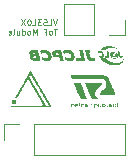
<source format=gbr>
%TF.GenerationSoftware,KiCad,Pcbnew,7.0.9*%
%TF.CreationDate,2024-08-17T20:13:38+09:00*%
%TF.ProjectId,09-ToF_mod,30392d54-6f46-45f6-9d6f-642e6b696361,rev?*%
%TF.SameCoordinates,Original*%
%TF.FileFunction,Legend,Bot*%
%TF.FilePolarity,Positive*%
%FSLAX46Y46*%
G04 Gerber Fmt 4.6, Leading zero omitted, Abs format (unit mm)*
G04 Created by KiCad (PCBNEW 7.0.9) date 2024-08-17 20:13:38*
%MOMM*%
%LPD*%
G01*
G04 APERTURE LIST*
%ADD10C,0.100000*%
%ADD11C,0.120000*%
%ADD12R,1.700000X1.700000*%
%ADD13O,1.700000X1.700000*%
G04 APERTURE END LIST*
D10*
X69228591Y-60918609D02*
X69061925Y-61418609D01*
X69061925Y-61418609D02*
X68895258Y-60918609D01*
X68490497Y-61418609D02*
X68728592Y-61418609D01*
X68728592Y-61418609D02*
X68728592Y-60918609D01*
X68085735Y-60918609D02*
X68323830Y-60918609D01*
X68323830Y-60918609D02*
X68347639Y-61156704D01*
X68347639Y-61156704D02*
X68323830Y-61132895D01*
X68323830Y-61132895D02*
X68276211Y-61109085D01*
X68276211Y-61109085D02*
X68157163Y-61109085D01*
X68157163Y-61109085D02*
X68109544Y-61132895D01*
X68109544Y-61132895D02*
X68085735Y-61156704D01*
X68085735Y-61156704D02*
X68061925Y-61204323D01*
X68061925Y-61204323D02*
X68061925Y-61323371D01*
X68061925Y-61323371D02*
X68085735Y-61370990D01*
X68085735Y-61370990D02*
X68109544Y-61394800D01*
X68109544Y-61394800D02*
X68157163Y-61418609D01*
X68157163Y-61418609D02*
X68276211Y-61418609D01*
X68276211Y-61418609D02*
X68323830Y-61394800D01*
X68323830Y-61394800D02*
X68347639Y-61370990D01*
X67895259Y-60918609D02*
X67585735Y-60918609D01*
X67585735Y-60918609D02*
X67752402Y-61109085D01*
X67752402Y-61109085D02*
X67680973Y-61109085D01*
X67680973Y-61109085D02*
X67633354Y-61132895D01*
X67633354Y-61132895D02*
X67609545Y-61156704D01*
X67609545Y-61156704D02*
X67585735Y-61204323D01*
X67585735Y-61204323D02*
X67585735Y-61323371D01*
X67585735Y-61323371D02*
X67609545Y-61370990D01*
X67609545Y-61370990D02*
X67633354Y-61394800D01*
X67633354Y-61394800D02*
X67680973Y-61418609D01*
X67680973Y-61418609D02*
X67823830Y-61418609D01*
X67823830Y-61418609D02*
X67871449Y-61394800D01*
X67871449Y-61394800D02*
X67895259Y-61370990D01*
X67133355Y-61418609D02*
X67371450Y-61418609D01*
X67371450Y-61418609D02*
X67371450Y-60918609D01*
X66871450Y-60918609D02*
X66823831Y-60918609D01*
X66823831Y-60918609D02*
X66776212Y-60942419D01*
X66776212Y-60942419D02*
X66752402Y-60966228D01*
X66752402Y-60966228D02*
X66728593Y-61013847D01*
X66728593Y-61013847D02*
X66704783Y-61109085D01*
X66704783Y-61109085D02*
X66704783Y-61228133D01*
X66704783Y-61228133D02*
X66728593Y-61323371D01*
X66728593Y-61323371D02*
X66752402Y-61370990D01*
X66752402Y-61370990D02*
X66776212Y-61394800D01*
X66776212Y-61394800D02*
X66823831Y-61418609D01*
X66823831Y-61418609D02*
X66871450Y-61418609D01*
X66871450Y-61418609D02*
X66919069Y-61394800D01*
X66919069Y-61394800D02*
X66942878Y-61370990D01*
X66942878Y-61370990D02*
X66966688Y-61323371D01*
X66966688Y-61323371D02*
X66990497Y-61228133D01*
X66990497Y-61228133D02*
X66990497Y-61109085D01*
X66990497Y-61109085D02*
X66966688Y-61013847D01*
X66966688Y-61013847D02*
X66942878Y-60966228D01*
X66942878Y-60966228D02*
X66919069Y-60942419D01*
X66919069Y-60942419D02*
X66871450Y-60918609D01*
X66538117Y-60918609D02*
X66204784Y-61418609D01*
X66204784Y-60918609D02*
X66538117Y-61418609D01*
X69228591Y-61723609D02*
X68942877Y-61723609D01*
X69085734Y-62223609D02*
X69085734Y-61723609D01*
X68704782Y-62223609D02*
X68752401Y-62199800D01*
X68752401Y-62199800D02*
X68776211Y-62175990D01*
X68776211Y-62175990D02*
X68800020Y-62128371D01*
X68800020Y-62128371D02*
X68800020Y-61985514D01*
X68800020Y-61985514D02*
X68776211Y-61937895D01*
X68776211Y-61937895D02*
X68752401Y-61914085D01*
X68752401Y-61914085D02*
X68704782Y-61890276D01*
X68704782Y-61890276D02*
X68633354Y-61890276D01*
X68633354Y-61890276D02*
X68585735Y-61914085D01*
X68585735Y-61914085D02*
X68561925Y-61937895D01*
X68561925Y-61937895D02*
X68538116Y-61985514D01*
X68538116Y-61985514D02*
X68538116Y-62128371D01*
X68538116Y-62128371D02*
X68561925Y-62175990D01*
X68561925Y-62175990D02*
X68585735Y-62199800D01*
X68585735Y-62199800D02*
X68633354Y-62223609D01*
X68633354Y-62223609D02*
X68704782Y-62223609D01*
X68157163Y-61961704D02*
X68323830Y-61961704D01*
X68323830Y-62223609D02*
X68323830Y-61723609D01*
X68323830Y-61723609D02*
X68085735Y-61723609D01*
X67514307Y-62223609D02*
X67514307Y-61723609D01*
X67514307Y-61723609D02*
X67347640Y-62080752D01*
X67347640Y-62080752D02*
X67180974Y-61723609D01*
X67180974Y-61723609D02*
X67180974Y-62223609D01*
X66871449Y-62223609D02*
X66919068Y-62199800D01*
X66919068Y-62199800D02*
X66942878Y-62175990D01*
X66942878Y-62175990D02*
X66966687Y-62128371D01*
X66966687Y-62128371D02*
X66966687Y-61985514D01*
X66966687Y-61985514D02*
X66942878Y-61937895D01*
X66942878Y-61937895D02*
X66919068Y-61914085D01*
X66919068Y-61914085D02*
X66871449Y-61890276D01*
X66871449Y-61890276D02*
X66800021Y-61890276D01*
X66800021Y-61890276D02*
X66752402Y-61914085D01*
X66752402Y-61914085D02*
X66728592Y-61937895D01*
X66728592Y-61937895D02*
X66704783Y-61985514D01*
X66704783Y-61985514D02*
X66704783Y-62128371D01*
X66704783Y-62128371D02*
X66728592Y-62175990D01*
X66728592Y-62175990D02*
X66752402Y-62199800D01*
X66752402Y-62199800D02*
X66800021Y-62223609D01*
X66800021Y-62223609D02*
X66871449Y-62223609D01*
X66276211Y-62223609D02*
X66276211Y-61723609D01*
X66276211Y-62199800D02*
X66323830Y-62223609D01*
X66323830Y-62223609D02*
X66419068Y-62223609D01*
X66419068Y-62223609D02*
X66466687Y-62199800D01*
X66466687Y-62199800D02*
X66490497Y-62175990D01*
X66490497Y-62175990D02*
X66514306Y-62128371D01*
X66514306Y-62128371D02*
X66514306Y-61985514D01*
X66514306Y-61985514D02*
X66490497Y-61937895D01*
X66490497Y-61937895D02*
X66466687Y-61914085D01*
X66466687Y-61914085D02*
X66419068Y-61890276D01*
X66419068Y-61890276D02*
X66323830Y-61890276D01*
X66323830Y-61890276D02*
X66276211Y-61914085D01*
X65823830Y-61890276D02*
X65823830Y-62223609D01*
X66038116Y-61890276D02*
X66038116Y-62152180D01*
X66038116Y-62152180D02*
X66014306Y-62199800D01*
X66014306Y-62199800D02*
X65966687Y-62223609D01*
X65966687Y-62223609D02*
X65895259Y-62223609D01*
X65895259Y-62223609D02*
X65847640Y-62199800D01*
X65847640Y-62199800D02*
X65823830Y-62175990D01*
X65514306Y-62223609D02*
X65561925Y-62199800D01*
X65561925Y-62199800D02*
X65585735Y-62152180D01*
X65585735Y-62152180D02*
X65585735Y-61723609D01*
X65133354Y-62199800D02*
X65180973Y-62223609D01*
X65180973Y-62223609D02*
X65276211Y-62223609D01*
X65276211Y-62223609D02*
X65323830Y-62199800D01*
X65323830Y-62199800D02*
X65347639Y-62152180D01*
X65347639Y-62152180D02*
X65347639Y-61961704D01*
X65347639Y-61961704D02*
X65323830Y-61914085D01*
X65323830Y-61914085D02*
X65276211Y-61890276D01*
X65276211Y-61890276D02*
X65180973Y-61890276D01*
X65180973Y-61890276D02*
X65133354Y-61914085D01*
X65133354Y-61914085D02*
X65109544Y-61961704D01*
X65109544Y-61961704D02*
X65109544Y-62009323D01*
X65109544Y-62009323D02*
X65347639Y-62056942D01*
%TO.C,G\u002A\u002A\u002A*%
G36*
X72643672Y-68274229D02*
G01*
X72609640Y-68320165D01*
X72561474Y-68351175D01*
X72503751Y-68360852D01*
X72441048Y-68342785D01*
X72440763Y-68342633D01*
X72413530Y-68334601D01*
X72409876Y-68349918D01*
X72430500Y-68385740D01*
X72439057Y-68395172D01*
X72482057Y-68414591D01*
X72534058Y-68412009D01*
X72580939Y-68387280D01*
X72612836Y-68365062D01*
X72636263Y-68363231D01*
X72637955Y-68383028D01*
X72612111Y-68418621D01*
X72583840Y-68441697D01*
X72522547Y-68465609D01*
X72461544Y-68461606D01*
X72409336Y-68431215D01*
X72374432Y-68375963D01*
X72367067Y-68350498D01*
X72357625Y-68292793D01*
X72354885Y-68241414D01*
X72413316Y-68241414D01*
X72441137Y-68290152D01*
X72473902Y-68316390D01*
X72510570Y-68322413D01*
X72560001Y-68304598D01*
X72591450Y-68277822D01*
X72613150Y-68229320D01*
X72610277Y-68179176D01*
X72590711Y-68153278D01*
X72555213Y-68124292D01*
X72555210Y-68124290D01*
X72521961Y-68105601D01*
X72497097Y-68106964D01*
X72462942Y-68129348D01*
X72450690Y-68139426D01*
X72416871Y-68188435D01*
X72413316Y-68241414D01*
X72354885Y-68241414D01*
X72354302Y-68230479D01*
X72356410Y-68170114D01*
X72363265Y-68118255D01*
X72374181Y-68081460D01*
X72388471Y-68066286D01*
X72405452Y-68079291D01*
X72414331Y-68087429D01*
X72442651Y-68081787D01*
X72490214Y-68066377D01*
X72552172Y-68073870D01*
X72609975Y-68106280D01*
X72615184Y-68110952D01*
X72651021Y-68163213D01*
X72658991Y-68219775D01*
X72656306Y-68229320D01*
X72643672Y-68274229D01*
G37*
G36*
X74375796Y-67982374D02*
G01*
X74390684Y-67995452D01*
X74387740Y-68003456D01*
X74364589Y-68012850D01*
X74351729Y-68018920D01*
X74343662Y-68041548D01*
X74339607Y-68086796D01*
X74338493Y-68160726D01*
X74339564Y-68233598D01*
X74343557Y-68279308D01*
X74351542Y-68302290D01*
X74364589Y-68308603D01*
X74376759Y-68311634D01*
X74390684Y-68334699D01*
X74390633Y-68336333D01*
X74375448Y-68354933D01*
X74330821Y-68360795D01*
X74297954Y-68358042D01*
X74265843Y-68346678D01*
X74256798Y-68330851D01*
X74276500Y-68315318D01*
X74278563Y-68314427D01*
X74291037Y-68301263D01*
X74298728Y-68272248D01*
X74302620Y-68221082D01*
X74303698Y-68141468D01*
X74303707Y-68116496D01*
X74304349Y-68049179D01*
X74307274Y-68008230D01*
X74314227Y-67987097D01*
X74326951Y-67979223D01*
X74347191Y-67978055D01*
X74375796Y-67982374D01*
G37*
G36*
X74167507Y-68068181D02*
G01*
X74187504Y-68074094D01*
X74209294Y-68091331D01*
X74212500Y-68109075D01*
X74192066Y-68117233D01*
X74189862Y-68117306D01*
X74174413Y-68126467D01*
X74166651Y-68155958D01*
X74164520Y-68212918D01*
X74166776Y-68269870D01*
X74174879Y-68300013D01*
X74190616Y-68308603D01*
X74202786Y-68311634D01*
X74216712Y-68334699D01*
X74215449Y-68342201D01*
X74195510Y-68356486D01*
X74147123Y-68360795D01*
X74115799Y-68358635D01*
X74083839Y-68347882D01*
X74078435Y-68331880D01*
X74103630Y-68314894D01*
X74107442Y-68313019D01*
X74120666Y-68293924D01*
X74127672Y-68252956D01*
X74129726Y-68183751D01*
X74129772Y-68160274D01*
X74131203Y-68106460D01*
X74136402Y-68077967D01*
X74147720Y-68067604D01*
X74167507Y-68068181D01*
G37*
G36*
X73947810Y-67975661D02*
G01*
X73976964Y-68002778D01*
X74020993Y-68054362D01*
X74035749Y-68077007D01*
X74041439Y-68105561D01*
X74025342Y-68117233D01*
X74018182Y-68125763D01*
X74010805Y-68160518D01*
X74007945Y-68212918D01*
X74009496Y-68252297D01*
X74015815Y-68292873D01*
X74025342Y-68308603D01*
X74033345Y-68311547D01*
X74042739Y-68334699D01*
X74042629Y-68337076D01*
X74026884Y-68355136D01*
X73981849Y-68360795D01*
X73976303Y-68360748D01*
X73934162Y-68354000D01*
X73920958Y-68334699D01*
X73922921Y-68322694D01*
X73938356Y-68308603D01*
X73945515Y-68300074D01*
X73952893Y-68265318D01*
X73955753Y-68212918D01*
X73954202Y-68173540D01*
X73947883Y-68132963D01*
X73938356Y-68117233D01*
X73936155Y-68117104D01*
X73922249Y-68103116D01*
X73924857Y-68078008D01*
X73942705Y-68058885D01*
X73951545Y-68045930D01*
X73930592Y-68022576D01*
X73909067Y-67997960D01*
X73915804Y-67976250D01*
X73928270Y-67969103D01*
X73947810Y-67975661D01*
G37*
G36*
X73866264Y-68199118D02*
G01*
X73862944Y-68260820D01*
X73826064Y-68318092D01*
X73809169Y-68332557D01*
X73748702Y-68358359D01*
X73684266Y-68355709D01*
X73627335Y-68324251D01*
X73603236Y-68297834D01*
X73598911Y-68279759D01*
X73621030Y-68280008D01*
X73666956Y-68300183D01*
X73676154Y-68305099D01*
X73713124Y-68321518D01*
X73739463Y-68320553D01*
X73771444Y-68302577D01*
X73789849Y-68289704D01*
X73812451Y-68265846D01*
X73804751Y-68250192D01*
X73765365Y-68241622D01*
X73692908Y-68239014D01*
X73569241Y-68239014D01*
X73580923Y-68191172D01*
X73590023Y-68165639D01*
X73634823Y-68165639D01*
X73639869Y-68178748D01*
X73666567Y-68185139D01*
X73721436Y-68186822D01*
X73782104Y-68182776D01*
X73812084Y-68171444D01*
X73809917Y-68154108D01*
X73774365Y-68132049D01*
X73760108Y-68126710D01*
X73708996Y-68121551D01*
X73663170Y-68133787D01*
X73636369Y-68160576D01*
X73634823Y-68165639D01*
X73590023Y-68165639D01*
X73593857Y-68154881D01*
X73638486Y-68101081D01*
X73707205Y-68072128D01*
X73742338Y-68068566D01*
X73776447Y-68079953D01*
X73815878Y-68113860D01*
X73836222Y-68136979D01*
X73852885Y-68171444D01*
X73866264Y-68199118D01*
G37*
G36*
X73493099Y-68281947D02*
G01*
X73503620Y-68316901D01*
X73491826Y-68349197D01*
X73465305Y-68360561D01*
X73428766Y-68355186D01*
X73404814Y-68333350D01*
X73402666Y-68325069D01*
X73411439Y-68291603D01*
X73439395Y-68268068D01*
X73474240Y-68266332D01*
X73493099Y-68281947D01*
G37*
G36*
X73321499Y-68245771D02*
G01*
X73284412Y-68307268D01*
X73265968Y-68327425D01*
X73225584Y-68353902D01*
X73172357Y-68360795D01*
X73160701Y-68360510D01*
X73117109Y-68353984D01*
X73093441Y-68341540D01*
X73084263Y-68332199D01*
X73068263Y-68343769D01*
X73063259Y-68350989D01*
X73044427Y-68360297D01*
X73029562Y-68338472D01*
X73019807Y-68288387D01*
X73017536Y-68239507D01*
X73071200Y-68239507D01*
X73103287Y-68291206D01*
X73135004Y-68314193D01*
X73172876Y-68326000D01*
X73189730Y-68324056D01*
X73233482Y-68299738D01*
X73264571Y-68256534D01*
X73276794Y-68205823D01*
X73263945Y-68158981D01*
X73233370Y-68129077D01*
X73183055Y-68110871D01*
X73133732Y-68119226D01*
X73103488Y-68139830D01*
X73071684Y-68186694D01*
X73071200Y-68239507D01*
X73017536Y-68239507D01*
X73016301Y-68212918D01*
X73016517Y-68192731D01*
X73021590Y-68123934D01*
X73032455Y-68079873D01*
X73047858Y-68063881D01*
X73066548Y-68079291D01*
X73075427Y-68087429D01*
X73103746Y-68081787D01*
X73158451Y-68064889D01*
X73220588Y-68076458D01*
X73278598Y-68115895D01*
X73292909Y-68131358D01*
X73324361Y-68188102D01*
X73323482Y-68205823D01*
X73321499Y-68245771D01*
G37*
G36*
X72933730Y-68066754D02*
G01*
X72943563Y-68091099D01*
X72947819Y-68136504D01*
X72946933Y-68192990D01*
X72941342Y-68250575D01*
X72931480Y-68299282D01*
X72917784Y-68329129D01*
X72897190Y-68345553D01*
X72858278Y-68356324D01*
X72796004Y-68357208D01*
X72703150Y-68353323D01*
X72703150Y-68209182D01*
X72703241Y-68192992D01*
X72705991Y-68126120D01*
X72712014Y-68081364D01*
X72720548Y-68065041D01*
X72725592Y-68068369D01*
X72734442Y-68095902D01*
X72737945Y-68142197D01*
X72745153Y-68225964D01*
X72769104Y-68287207D01*
X72809807Y-68318023D01*
X72846958Y-68319058D01*
X72881566Y-68291926D01*
X72903959Y-68237352D01*
X72911917Y-68158799D01*
X72913385Y-68121211D01*
X72919704Y-68080754D01*
X72929315Y-68065041D01*
X72933730Y-68066754D01*
G37*
G36*
X72071502Y-68084050D02*
G01*
X72088429Y-68093692D01*
X72124506Y-68084866D01*
X72131680Y-68081685D01*
X72176182Y-68072001D01*
X72230757Y-68069554D01*
X72303013Y-68072435D01*
X72303013Y-68216615D01*
X72302922Y-68232835D01*
X72300171Y-68299714D01*
X72294148Y-68344472D01*
X72285616Y-68360795D01*
X72277846Y-68350042D01*
X72270888Y-68312746D01*
X72268219Y-68257654D01*
X72267782Y-68231719D01*
X72259700Y-68164958D01*
X72240880Y-68127174D01*
X72217898Y-68106457D01*
X72196270Y-68102423D01*
X72162691Y-68117845D01*
X72151854Y-68125028D01*
X72137653Y-68146249D01*
X72130812Y-68184387D01*
X72129041Y-68248325D01*
X72128861Y-68273090D01*
X72125753Y-68326146D01*
X72117617Y-68353215D01*
X72102945Y-68360795D01*
X72097199Y-68360022D01*
X72084888Y-68346626D01*
X72078608Y-68311559D01*
X72076849Y-68248325D01*
X72076435Y-68211881D01*
X72072360Y-68162235D01*
X72062045Y-68133851D01*
X72043198Y-68117845D01*
X72013162Y-68103454D01*
X71990964Y-68104649D01*
X71965009Y-68127174D01*
X71957430Y-68136864D01*
X71942479Y-68183135D01*
X71937671Y-68259104D01*
X71937661Y-68262694D01*
X71933039Y-68326278D01*
X71922363Y-68356835D01*
X71909138Y-68354732D01*
X71896869Y-68320335D01*
X71889059Y-68254011D01*
X71888623Y-68196147D01*
X71897967Y-68150044D01*
X71920767Y-68111858D01*
X71933351Y-68098238D01*
X71980249Y-68070589D01*
X72030557Y-68065074D01*
X72071502Y-68084050D01*
G37*
G36*
X71850848Y-68200437D02*
G01*
X71843506Y-68261905D01*
X71807982Y-68318092D01*
X71782361Y-68338811D01*
X71719456Y-68361071D01*
X71653565Y-68352825D01*
X71593778Y-68314237D01*
X71584396Y-68304376D01*
X71564300Y-68274021D01*
X71570132Y-68260935D01*
X71597484Y-68266970D01*
X71641949Y-68293980D01*
X71645753Y-68296782D01*
X71682079Y-68319973D01*
X71708773Y-68323032D01*
X71741455Y-68308189D01*
X71765681Y-68293498D01*
X71793173Y-68268701D01*
X71788140Y-68251782D01*
X71749999Y-68242099D01*
X71678162Y-68239014D01*
X71648210Y-68238940D01*
X71596117Y-68237307D01*
X71568221Y-68231594D01*
X71557000Y-68219293D01*
X71554931Y-68197893D01*
X71560986Y-68171555D01*
X71607123Y-68171555D01*
X71615648Y-68177837D01*
X71650403Y-68184312D01*
X71702808Y-68186822D01*
X71742177Y-68185462D01*
X71782760Y-68179917D01*
X71798493Y-68171555D01*
X71783989Y-68144631D01*
X71747701Y-68122169D01*
X71702808Y-68112884D01*
X71658899Y-68121777D01*
X71622265Y-68144028D01*
X71607123Y-68171555D01*
X71560986Y-68171555D01*
X71563393Y-68161085D01*
X71597623Y-68113799D01*
X71648600Y-68078749D01*
X71705971Y-68065041D01*
X71737663Y-68068399D01*
X71794538Y-68095279D01*
X71833396Y-68142094D01*
X71842209Y-68171555D01*
X71850848Y-68200437D01*
G37*
G36*
X71502739Y-68072608D02*
G01*
X71502739Y-68216701D01*
X71502649Y-68232855D01*
X71499899Y-68299720D01*
X71493876Y-68344473D01*
X71485342Y-68360795D01*
X71478182Y-68352265D01*
X71470805Y-68317510D01*
X71467945Y-68265110D01*
X71466152Y-68217144D01*
X71455650Y-68168156D01*
X71433150Y-68134630D01*
X71400983Y-68107230D01*
X71373088Y-68103135D01*
X71337720Y-68123594D01*
X71321346Y-68141738D01*
X71306191Y-68184334D01*
X71297510Y-68254073D01*
X71297255Y-68257516D01*
X71289283Y-68323175D01*
X71279339Y-68354668D01*
X71269572Y-68352350D01*
X71262135Y-68316579D01*
X71259178Y-68247713D01*
X71260357Y-68203558D01*
X71271786Y-68134818D01*
X71298748Y-68092589D01*
X71345363Y-68072160D01*
X71415754Y-68068823D01*
X71502739Y-68072608D01*
G37*
G36*
X71148839Y-67988853D02*
G01*
X71154794Y-68021548D01*
X71159979Y-68049886D01*
X71179863Y-68065041D01*
X71182816Y-68065104D01*
X71210912Y-68075717D01*
X71214813Y-68095575D01*
X71191339Y-68111735D01*
X71191028Y-68111816D01*
X71171707Y-68120611D01*
X71160770Y-68139626D01*
X71155903Y-68177043D01*
X71154794Y-68241043D01*
X71152539Y-68301779D01*
X71146359Y-68344729D01*
X71137397Y-68360795D01*
X71137380Y-68360795D01*
X71128459Y-68344651D01*
X71122298Y-68301485D01*
X71120000Y-68239014D01*
X71119990Y-68229320D01*
X71118757Y-68169123D01*
X71113966Y-68135335D01*
X71103491Y-68120519D01*
X71085205Y-68117233D01*
X71064915Y-68112390D01*
X71050411Y-68091137D01*
X71056869Y-68075919D01*
X71085205Y-68065041D01*
X71111845Y-68055654D01*
X71120000Y-68021548D01*
X71124319Y-67992943D01*
X71137397Y-67978055D01*
X71148839Y-67988853D01*
G37*
G36*
X71033013Y-68204025D02*
G01*
X71030269Y-68229198D01*
X71006043Y-68290143D01*
X70964932Y-68338495D01*
X70950621Y-68347579D01*
X70893060Y-68360928D01*
X70830575Y-68349260D01*
X70776107Y-68314237D01*
X70769637Y-68307543D01*
X70747400Y-68275736D01*
X70751583Y-68261049D01*
X70777731Y-68265686D01*
X70821393Y-68291848D01*
X70824226Y-68293903D01*
X70879313Y-68318194D01*
X70927685Y-68310865D01*
X70964055Y-68272630D01*
X70967673Y-68265521D01*
X70970681Y-68250865D01*
X70957903Y-68242921D01*
X70923005Y-68239651D01*
X70859653Y-68239014D01*
X70824783Y-68238925D01*
X70775142Y-68237178D01*
X70749052Y-68231054D01*
X70738947Y-68217818D01*
X70737260Y-68194730D01*
X70741475Y-68169826D01*
X70789452Y-68169826D01*
X70797803Y-68176770D01*
X70832360Y-68184013D01*
X70884591Y-68186822D01*
X70908240Y-68186644D01*
X70951825Y-68183664D01*
X70969901Y-68175308D01*
X70969204Y-68159394D01*
X70963229Y-68147759D01*
X70927409Y-68119095D01*
X70878568Y-68110680D01*
X70830597Y-68125871D01*
X70802556Y-68148830D01*
X70789452Y-68169826D01*
X70741475Y-68169826D01*
X70742138Y-68165907D01*
X70772214Y-68116401D01*
X70820681Y-68079514D01*
X70876985Y-68065041D01*
X70879077Y-68065070D01*
X70930234Y-68079534D01*
X70980138Y-68113924D01*
X71017996Y-68158626D01*
X71023514Y-68175308D01*
X71033013Y-68204025D01*
G37*
G36*
X70694513Y-68245771D02*
G01*
X70657426Y-68307268D01*
X70652191Y-68313182D01*
X70597515Y-68351162D01*
X70535314Y-68362209D01*
X70476760Y-68344050D01*
X70461962Y-68337501D01*
X70439561Y-68346545D01*
X70433386Y-68352975D01*
X70408657Y-68353298D01*
X70405203Y-68349229D01*
X70396605Y-68315042D01*
X70391194Y-68250722D01*
X70390982Y-68240474D01*
X70445694Y-68240474D01*
X70476301Y-68291206D01*
X70508017Y-68314193D01*
X70545890Y-68326000D01*
X70577606Y-68317271D01*
X70615479Y-68291206D01*
X70626018Y-68279426D01*
X70649046Y-68230261D01*
X70646280Y-68182202D01*
X70623242Y-68141977D01*
X70585457Y-68116314D01*
X70538446Y-68111942D01*
X70487733Y-68135588D01*
X70483109Y-68139371D01*
X70448134Y-68187536D01*
X70445694Y-68240474D01*
X70390982Y-68240474D01*
X70389315Y-68159700D01*
X70389511Y-68112961D01*
X70391324Y-68045496D01*
X70395705Y-68004276D01*
X70403465Y-67983672D01*
X70415411Y-67978055D01*
X70418214Y-67978210D01*
X70435963Y-67994280D01*
X70441506Y-68039558D01*
X70443403Y-68078595D01*
X70452816Y-68091292D01*
X70475157Y-68083051D01*
X70524948Y-68066482D01*
X70590347Y-68074460D01*
X70651612Y-68115895D01*
X70665922Y-68131358D01*
X70697374Y-68188102D01*
X70695282Y-68230261D01*
X70694513Y-68245771D01*
G37*
G36*
X74173901Y-67967859D02*
G01*
X74181917Y-67995452D01*
X74177632Y-68017823D01*
X74160171Y-68025898D01*
X74152143Y-68021575D01*
X74138424Y-67995452D01*
X74139968Y-67986375D01*
X74160171Y-67965007D01*
X74173901Y-67967859D01*
G37*
G36*
X72125662Y-66328499D02*
G01*
X72306700Y-66329467D01*
X73006277Y-66334014D01*
X73033036Y-66383219D01*
X73059794Y-66432425D01*
X72785877Y-66696370D01*
X72701819Y-66778153D01*
X72615996Y-66864940D01*
X72551202Y-66936356D01*
X72504600Y-66996678D01*
X72473351Y-67050184D01*
X72454616Y-67101150D01*
X72445558Y-67153855D01*
X72443337Y-67212576D01*
X72450436Y-67298964D01*
X72487260Y-67418313D01*
X72555691Y-67523292D01*
X72655962Y-67614337D01*
X72726970Y-67665775D01*
X72434609Y-67660990D01*
X72142249Y-67656206D01*
X71875265Y-67012507D01*
X71855624Y-66965099D01*
X71798522Y-66826612D01*
X71746270Y-66698930D01*
X71700295Y-66585605D01*
X71662023Y-66490186D01*
X71632883Y-66416223D01*
X71614300Y-66367266D01*
X71607701Y-66346865D01*
X71608635Y-66344500D01*
X71620767Y-66339309D01*
X71649034Y-66335197D01*
X71696101Y-66332098D01*
X71764632Y-66329945D01*
X71857293Y-66328671D01*
X71976748Y-66328211D01*
X72125662Y-66328499D01*
G37*
G36*
X71003681Y-66325206D02*
G01*
X71082921Y-66328072D01*
X71149966Y-66332698D01*
X71197699Y-66339043D01*
X71219007Y-66347062D01*
X71220247Y-66349140D01*
X71234541Y-66378764D01*
X71259237Y-66434615D01*
X71292633Y-66512529D01*
X71333026Y-66608337D01*
X71378714Y-66717876D01*
X71427993Y-66836977D01*
X71479163Y-66961477D01*
X71530519Y-67087208D01*
X71580360Y-67210004D01*
X71626983Y-67325699D01*
X71668686Y-67430128D01*
X71703765Y-67519124D01*
X71730519Y-67588522D01*
X71747244Y-67634155D01*
X71752239Y-67651856D01*
X71749241Y-67653889D01*
X71720048Y-67659509D01*
X71667563Y-67663431D01*
X71600497Y-67664904D01*
X71568481Y-67664563D01*
X71452596Y-67654929D01*
X71358273Y-67629596D01*
X71276451Y-67585271D01*
X71198067Y-67518660D01*
X71186905Y-67507494D01*
X71163288Y-67482246D01*
X71141694Y-67455200D01*
X71120228Y-67422553D01*
X71096997Y-67380502D01*
X71070107Y-67325243D01*
X71037665Y-67252973D01*
X70997778Y-67159889D01*
X70948551Y-67042188D01*
X70888091Y-66896067D01*
X70852145Y-66808739D01*
X70802267Y-66686697D01*
X70757966Y-66577265D01*
X70720798Y-66484346D01*
X70692321Y-66411845D01*
X70674093Y-66363663D01*
X70667671Y-66343704D01*
X70673581Y-66338820D01*
X70707070Y-66332227D01*
X70763940Y-66327613D01*
X70837075Y-66324934D01*
X70919360Y-66324146D01*
X71003681Y-66325206D01*
G37*
G36*
X71894325Y-65665023D02*
G01*
X72151755Y-65665303D01*
X72376966Y-65665786D01*
X72572051Y-65666507D01*
X72739101Y-65667500D01*
X72880210Y-65668799D01*
X72997468Y-65670438D01*
X73092967Y-65672452D01*
X73168800Y-65674875D01*
X73227059Y-65677741D01*
X73269835Y-65681084D01*
X73299221Y-65684939D01*
X73317309Y-65689340D01*
X73335064Y-65696127D01*
X73425700Y-65743711D01*
X73507266Y-65806125D01*
X73567015Y-65873947D01*
X73579465Y-65898005D01*
X73603832Y-65950626D01*
X73638011Y-66027130D01*
X73680208Y-66123289D01*
X73728624Y-66234875D01*
X73781465Y-66357661D01*
X73836934Y-66487418D01*
X73893234Y-66619919D01*
X73948571Y-66750936D01*
X74001146Y-66876241D01*
X74049166Y-66991606D01*
X74090832Y-67092805D01*
X74124349Y-67175608D01*
X74147922Y-67235788D01*
X74159752Y-67269117D01*
X74159773Y-67269189D01*
X74160270Y-67276976D01*
X74154708Y-67283309D01*
X74139893Y-67288338D01*
X74112633Y-67292212D01*
X74069735Y-67295080D01*
X74008007Y-67297092D01*
X73924255Y-67298397D01*
X73815287Y-67299144D01*
X73677911Y-67299482D01*
X73508933Y-67299562D01*
X73438010Y-67299521D01*
X73267732Y-67298976D01*
X73129062Y-67297740D01*
X73019674Y-67295740D01*
X72937241Y-67292907D01*
X72879437Y-67289167D01*
X72843936Y-67284450D01*
X72828411Y-67278685D01*
X72820572Y-67270103D01*
X72808655Y-67248196D01*
X72809089Y-67222611D01*
X72824153Y-67190109D01*
X72856122Y-67147451D01*
X72907272Y-67091400D01*
X72979881Y-67018716D01*
X73076225Y-66926161D01*
X73170254Y-66835867D01*
X73243375Y-66763150D01*
X73297147Y-66705945D01*
X73334957Y-66660450D01*
X73360191Y-66622864D01*
X73376235Y-66589386D01*
X73396577Y-66511920D01*
X73405128Y-66413755D01*
X73398877Y-66317160D01*
X73377759Y-66237064D01*
X73374947Y-66230685D01*
X73321811Y-66144579D01*
X73247981Y-66065469D01*
X73165825Y-66006790D01*
X73153478Y-66000333D01*
X73139308Y-65994014D01*
X73122389Y-65988578D01*
X73100255Y-65983947D01*
X73070441Y-65980044D01*
X73030483Y-65976790D01*
X72977914Y-65974108D01*
X72910271Y-65971919D01*
X72825089Y-65970147D01*
X72719902Y-65968712D01*
X72592245Y-65967538D01*
X72439654Y-65966546D01*
X72259663Y-65965658D01*
X72049808Y-65964797D01*
X71807624Y-65963885D01*
X71570644Y-65962818D01*
X71331042Y-65961283D01*
X71119998Y-65959406D01*
X70938404Y-65957201D01*
X70787151Y-65954684D01*
X70667129Y-65951870D01*
X70579228Y-65948774D01*
X70524340Y-65945410D01*
X70503355Y-65941794D01*
X70499466Y-65937035D01*
X70481461Y-65904678D01*
X70459017Y-65854864D01*
X70435934Y-65797405D01*
X70416013Y-65742112D01*
X70403057Y-65698796D01*
X70400866Y-65677267D01*
X70405693Y-65676263D01*
X70440165Y-65674313D01*
X70505550Y-65672486D01*
X70599252Y-65670805D01*
X70718674Y-65669291D01*
X70861222Y-65667968D01*
X71024298Y-65666857D01*
X71205306Y-65665981D01*
X71401651Y-65665361D01*
X71610736Y-65665021D01*
X71829965Y-65664983D01*
X71894325Y-65665023D01*
G37*
G36*
X73454160Y-64320607D02*
G01*
X73524053Y-64386110D01*
X73599832Y-64443263D01*
X73681385Y-64488915D01*
X73750152Y-64520726D01*
X73834616Y-64553751D01*
X73916230Y-64576518D01*
X74003351Y-64590730D01*
X74104335Y-64598093D01*
X74227539Y-64600310D01*
X74280698Y-64600345D01*
X74355827Y-64599754D01*
X74410570Y-64597507D01*
X74451594Y-64592653D01*
X74485568Y-64584237D01*
X74519160Y-64571305D01*
X74559037Y-64552905D01*
X74660052Y-64496342D01*
X74748970Y-64422807D01*
X74814612Y-64336163D01*
X74830117Y-64311203D01*
X74850701Y-64283492D01*
X74861924Y-64275881D01*
X74862232Y-64276327D01*
X74861030Y-64295764D01*
X74852115Y-64335728D01*
X74837254Y-64388182D01*
X74822945Y-64429340D01*
X74763063Y-64542376D01*
X74678331Y-64637607D01*
X74568615Y-64715135D01*
X74433780Y-64775064D01*
X74273693Y-64817495D01*
X74189264Y-64829358D01*
X74032713Y-64831719D01*
X73866388Y-64812735D01*
X73696444Y-64773951D01*
X73529036Y-64716917D01*
X73370321Y-64643179D01*
X73226453Y-64554283D01*
X73179654Y-64518004D01*
X73108470Y-64454309D01*
X73039329Y-64383996D01*
X72979988Y-64315102D01*
X72938208Y-64255665D01*
X72910415Y-64208121D01*
X73126367Y-64208121D01*
X73342319Y-64208121D01*
X73454160Y-64320607D01*
G37*
G36*
X71827805Y-63534157D02*
G01*
X72025574Y-63538485D01*
X72045490Y-63615455D01*
X72055568Y-63655519D01*
X72063367Y-63697669D01*
X72059907Y-63720210D01*
X72043424Y-63729253D01*
X72012154Y-63730909D01*
X72001293Y-63730959D01*
X71978651Y-63733042D01*
X71965267Y-63741653D01*
X71960808Y-63761455D01*
X71964944Y-63797107D01*
X71977344Y-63853270D01*
X71997676Y-63934607D01*
X72020656Y-64020608D01*
X72043129Y-64090882D01*
X72064892Y-64140672D01*
X72088245Y-64175150D01*
X72115490Y-64199490D01*
X72116519Y-64200194D01*
X72159213Y-64216003D01*
X72218517Y-64222789D01*
X72281915Y-64220102D01*
X72336894Y-64207489D01*
X72368927Y-64200177D01*
X72395231Y-64210305D01*
X72415366Y-64243441D01*
X72433216Y-64303453D01*
X72437694Y-64322237D01*
X72447417Y-64369511D01*
X72447778Y-64396971D01*
X72437674Y-64412294D01*
X72416000Y-64423157D01*
X72377039Y-64431675D01*
X72315785Y-64436505D01*
X72242161Y-64437462D01*
X72165354Y-64434667D01*
X72094556Y-64428237D01*
X72038956Y-64418291D01*
X71942876Y-64381354D01*
X71860232Y-64321444D01*
X71800369Y-64242119D01*
X71787690Y-64213015D01*
X71768883Y-64159272D01*
X71746917Y-64088899D01*
X71723129Y-64007020D01*
X71698854Y-63918757D01*
X71675429Y-63829235D01*
X71654190Y-63743578D01*
X71636472Y-63666908D01*
X71623613Y-63604349D01*
X71616948Y-63561025D01*
X71617812Y-63542060D01*
X71618779Y-63541396D01*
X71641758Y-63537286D01*
X71688403Y-63534554D01*
X71752492Y-63533433D01*
X71827805Y-63534157D01*
G37*
G36*
X70176650Y-63525911D02*
G01*
X70270230Y-63538312D01*
X70345270Y-63558967D01*
X70464267Y-63620930D01*
X70562205Y-63704282D01*
X70636971Y-63807603D01*
X70687720Y-63929976D01*
X70705402Y-64010284D01*
X70709474Y-64119627D01*
X70689177Y-64217747D01*
X70645789Y-64301447D01*
X70580587Y-64367530D01*
X70494847Y-64412800D01*
X70432384Y-64428116D01*
X70338969Y-64437054D01*
X70235910Y-64435706D01*
X70133723Y-64424299D01*
X70042924Y-64403060D01*
X69935231Y-64368641D01*
X69905938Y-64256886D01*
X69898900Y-64229171D01*
X69888059Y-64176576D01*
X69886861Y-64144530D01*
X69894784Y-64126982D01*
X69915143Y-64116845D01*
X69944436Y-64128524D01*
X69965089Y-64141086D01*
X70080439Y-64197319D01*
X70187272Y-64224434D01*
X70286276Y-64222620D01*
X70287547Y-64222402D01*
X70340113Y-64207399D01*
X70373609Y-64180368D01*
X70392493Y-64135234D01*
X70401221Y-64065920D01*
X70397717Y-63984695D01*
X70370718Y-63894533D01*
X70320838Y-63819917D01*
X70250400Y-63765473D01*
X70188189Y-63741075D01*
X70096245Y-63730853D01*
X70004094Y-63747135D01*
X69919639Y-63789351D01*
X69890462Y-63808671D01*
X69851784Y-63830266D01*
X69827519Y-63838667D01*
X69826879Y-63838634D01*
X69810994Y-63823623D01*
X69792829Y-63786906D01*
X69775283Y-63736713D01*
X69761253Y-63681277D01*
X69753639Y-63628830D01*
X69753308Y-63614875D01*
X69760073Y-63593095D01*
X69782544Y-63575562D01*
X69827539Y-63555513D01*
X69884626Y-63538903D01*
X69973852Y-63526140D01*
X70074525Y-63521831D01*
X70176650Y-63525911D01*
G37*
G36*
X68253575Y-63524946D02*
G01*
X68300877Y-63528992D01*
X68339331Y-63537249D01*
X68377248Y-63551107D01*
X68422935Y-63571958D01*
X68502334Y-63616438D01*
X68602890Y-63699106D01*
X68679734Y-63798623D01*
X68730934Y-63912272D01*
X68754555Y-64037339D01*
X68755853Y-64085971D01*
X68752095Y-64153761D01*
X68743038Y-64208121D01*
X68729074Y-64245352D01*
X68682631Y-64314466D01*
X68617095Y-64372965D01*
X68540155Y-64413082D01*
X68475179Y-64428696D01*
X68382412Y-64437118D01*
X68280374Y-64435571D01*
X68179596Y-64424280D01*
X68090609Y-64403470D01*
X67984448Y-64369461D01*
X67956534Y-64269549D01*
X67942735Y-64218119D01*
X67932278Y-64175049D01*
X67928079Y-64152041D01*
X67932455Y-64135567D01*
X67956924Y-64128021D01*
X68003563Y-64139806D01*
X68073176Y-64171029D01*
X68105721Y-64186885D01*
X68162699Y-64209663D01*
X68214843Y-64220659D01*
X68276244Y-64223515D01*
X68311292Y-64223034D01*
X68356412Y-64218581D01*
X68386840Y-64207094D01*
X68412854Y-64185730D01*
X68424067Y-64172319D01*
X68447122Y-64116796D01*
X68452538Y-64045901D01*
X68440368Y-63967048D01*
X68410667Y-63887648D01*
X68369907Y-63822773D01*
X68308108Y-63767838D01*
X68230836Y-63738623D01*
X68135501Y-63733677D01*
X68125151Y-63734385D01*
X68063877Y-63742444D01*
X68016445Y-63759121D01*
X67968109Y-63789317D01*
X67933986Y-63812834D01*
X67893119Y-63833708D01*
X67865628Y-63831374D01*
X67845624Y-63804217D01*
X67827218Y-63750617D01*
X67819093Y-63722319D01*
X67803582Y-63660879D01*
X67799750Y-63619924D01*
X67809133Y-63593004D01*
X67833269Y-63573666D01*
X67873693Y-63555459D01*
X67888366Y-63549836D01*
X67931362Y-63537289D01*
X67981628Y-63529393D01*
X68046979Y-63525201D01*
X68135231Y-63523765D01*
X68189118Y-63523716D01*
X68253575Y-63524946D01*
G37*
G36*
X71275097Y-63530865D02*
G01*
X71333090Y-63532345D01*
X71368421Y-63536569D01*
X71387148Y-63544657D01*
X71395326Y-63557728D01*
X71402468Y-63581781D01*
X71419325Y-63642756D01*
X71439726Y-63720398D01*
X71462551Y-63810056D01*
X71486683Y-63907084D01*
X71511005Y-64006830D01*
X71534398Y-64104647D01*
X71555745Y-64195884D01*
X71573929Y-64275893D01*
X71587831Y-64340024D01*
X71596333Y-64383629D01*
X71598319Y-64402057D01*
X71594942Y-64406489D01*
X71580749Y-64412581D01*
X71552928Y-64417107D01*
X71508051Y-64420270D01*
X71442692Y-64422277D01*
X71353423Y-64423331D01*
X71236817Y-64423637D01*
X70883592Y-64423637D01*
X70864951Y-64340291D01*
X70856464Y-64301115D01*
X70851224Y-64261774D01*
X70856753Y-64235466D01*
X70877050Y-64219569D01*
X70916116Y-64211461D01*
X70977951Y-64208519D01*
X71066554Y-64208121D01*
X71129558Y-64207969D01*
X71191927Y-64206946D01*
X71231539Y-64204400D01*
X71253012Y-64199685D01*
X71260962Y-64192160D01*
X71260006Y-64181182D01*
X71252275Y-64153897D01*
X71237302Y-64097161D01*
X71219023Y-64024952D01*
X71198790Y-63942937D01*
X71177957Y-63856781D01*
X71157877Y-63772151D01*
X71139903Y-63694711D01*
X71125389Y-63630129D01*
X71115689Y-63584069D01*
X71112154Y-63562197D01*
X71113478Y-63549577D01*
X71121971Y-63539338D01*
X71143559Y-63533691D01*
X71184132Y-63531289D01*
X71249579Y-63530788D01*
X71275097Y-63530865D01*
G37*
G36*
X69660829Y-63934777D02*
G01*
X69693647Y-64064957D01*
X69719854Y-64170975D01*
X69739889Y-64254674D01*
X69754194Y-64317896D01*
X69763211Y-64362483D01*
X69767380Y-64390276D01*
X69767143Y-64403118D01*
X69759501Y-64411957D01*
X69736257Y-64418903D01*
X69692996Y-64421501D01*
X69624420Y-64420391D01*
X69490029Y-64415940D01*
X69471235Y-64346667D01*
X69467852Y-64334152D01*
X69450996Y-64270951D01*
X69435551Y-64211970D01*
X69418661Y-64146546D01*
X69307715Y-64146363D01*
X69216394Y-64141307D01*
X69096679Y-64118120D01*
X68992211Y-64077864D01*
X68906501Y-64022443D01*
X68843057Y-63953762D01*
X68805387Y-63873724D01*
X68797232Y-63839548D01*
X68795830Y-63816036D01*
X69101654Y-63816036D01*
X69117664Y-63860586D01*
X69142343Y-63890425D01*
X69174133Y-63915872D01*
X69187181Y-63921358D01*
X69230171Y-63932958D01*
X69281826Y-63941649D01*
X69285882Y-63942126D01*
X69326772Y-63945190D01*
X69350129Y-63939212D01*
X69358238Y-63919047D01*
X69353388Y-63879550D01*
X69337864Y-63815576D01*
X69332497Y-63795613D01*
X69318727Y-63758344D01*
X69301396Y-63740351D01*
X69274193Y-63733501D01*
X69270568Y-63733097D01*
X69200654Y-63733650D01*
X69146778Y-63749622D01*
X69112568Y-63778066D01*
X69101654Y-63816036D01*
X68795830Y-63816036D01*
X68792324Y-63757210D01*
X68813650Y-63685611D01*
X68862512Y-63618941D01*
X68864075Y-63617317D01*
X68900275Y-63587363D01*
X68945833Y-63564746D01*
X69005000Y-63548624D01*
X69082027Y-63538153D01*
X69181164Y-63532489D01*
X69306661Y-63530788D01*
X69557122Y-63530788D01*
X69572027Y-63588515D01*
X69573590Y-63594568D01*
X69620957Y-63778595D01*
X69656813Y-63919047D01*
X69660829Y-63934777D01*
G37*
G36*
X67712294Y-63963347D02*
G01*
X67716628Y-63980343D01*
X67743848Y-64089089D01*
X67767757Y-64188021D01*
X67775970Y-64223515D01*
X67787455Y-64273147D01*
X67802038Y-64340474D01*
X67810604Y-64386010D01*
X67812252Y-64405762D01*
X67812124Y-64406077D01*
X67803292Y-64413122D01*
X67781435Y-64418108D01*
X67743010Y-64421201D01*
X67684472Y-64422570D01*
X67602277Y-64422379D01*
X67492882Y-64420797D01*
X67484944Y-64420654D01*
X67379494Y-64418490D01*
X67299386Y-64415971D01*
X67239527Y-64412556D01*
X67194826Y-64407703D01*
X67160190Y-64400871D01*
X67130527Y-64391518D01*
X67100744Y-64379104D01*
X67041199Y-64346117D01*
X66976334Y-64290867D01*
X66929943Y-64227232D01*
X66903680Y-64159932D01*
X66901258Y-64124149D01*
X67212154Y-64124149D01*
X67213905Y-64145291D01*
X67228932Y-64172837D01*
X67266000Y-64196552D01*
X67278986Y-64202230D01*
X67337113Y-64217557D01*
X67401838Y-64223491D01*
X67483830Y-64223515D01*
X67472955Y-64173485D01*
X67464479Y-64136178D01*
X67450435Y-64091004D01*
X67432578Y-64066604D01*
X67405186Y-64056876D01*
X67362535Y-64055717D01*
X67344578Y-64056199D01*
X67279368Y-64061336D01*
X67238794Y-64072902D01*
X67218006Y-64093104D01*
X67212154Y-64124149D01*
X66901258Y-64124149D01*
X66899197Y-64093692D01*
X66918149Y-64033236D01*
X66962189Y-63983285D01*
X66998672Y-63955749D01*
X66932336Y-63892150D01*
X66910260Y-63870342D01*
X66881862Y-63835918D01*
X66869013Y-63803804D01*
X66867706Y-63786042D01*
X67173693Y-63786042D01*
X67179393Y-63810422D01*
X67204902Y-63838903D01*
X67214302Y-63843188D01*
X67251730Y-63854140D01*
X67297479Y-63862402D01*
X67341983Y-63866875D01*
X67375676Y-63866458D01*
X67388992Y-63860054D01*
X67388744Y-63856885D01*
X67383267Y-63829241D01*
X67372884Y-63788637D01*
X67371118Y-63782361D01*
X67357865Y-63747901D01*
X67337846Y-63733755D01*
X67299893Y-63731120D01*
X67264568Y-63732093D01*
X67211451Y-63740059D01*
X67182475Y-63757470D01*
X67173693Y-63786042D01*
X66867706Y-63786042D01*
X66866000Y-63762863D01*
X66866078Y-63756089D01*
X66880625Y-63679869D01*
X66921122Y-63619376D01*
X66988741Y-63572794D01*
X67000387Y-63567234D01*
X67028441Y-63556075D01*
X67060095Y-63547957D01*
X67100782Y-63542254D01*
X67155937Y-63538342D01*
X67230994Y-63535595D01*
X67331385Y-63533390D01*
X67410504Y-63532199D01*
X67488031Y-63531674D01*
X67549457Y-63531970D01*
X67589896Y-63533061D01*
X67604462Y-63534919D01*
X67604571Y-63535641D01*
X67609433Y-63556347D01*
X67620818Y-63602393D01*
X67637761Y-63669949D01*
X67659297Y-63755181D01*
X67684463Y-63854258D01*
X67685942Y-63860054D01*
X67712294Y-63963347D01*
G37*
G36*
X74234321Y-64040016D02*
G01*
X74209770Y-64087606D01*
X74206939Y-64090514D01*
X74167009Y-64110843D01*
X74115443Y-64114515D01*
X74065923Y-64100322D01*
X74047997Y-64093261D01*
X74027565Y-64100322D01*
X74019686Y-64107915D01*
X73985854Y-64115632D01*
X73937112Y-64110923D01*
X73881732Y-64095769D01*
X73827989Y-64072151D01*
X73784157Y-64042050D01*
X73768129Y-64025123D01*
X73732958Y-63971202D01*
X73706935Y-63909315D01*
X73696770Y-63853910D01*
X73705436Y-63798189D01*
X73739121Y-63734822D01*
X73793184Y-63689142D01*
X73837496Y-63672679D01*
X73912346Y-63661649D01*
X73995669Y-63662443D01*
X74076263Y-63674766D01*
X74142924Y-63698323D01*
X74210311Y-63739481D01*
X74289949Y-63813700D01*
X74342395Y-63902223D01*
X74367762Y-64005205D01*
X74369068Y-64023218D01*
X74358213Y-64099379D01*
X74320677Y-64161885D01*
X74258030Y-64208867D01*
X74171843Y-64238456D01*
X74140554Y-64243085D01*
X74076471Y-64246748D01*
X74012154Y-64244997D01*
X73983906Y-64241709D01*
X73918451Y-64227381D01*
X73856416Y-64205895D01*
X73803111Y-64180076D01*
X73763848Y-64152748D01*
X73743935Y-64126736D01*
X73748683Y-64104863D01*
X73764346Y-64105835D01*
X73799757Y-64118375D01*
X73846468Y-64139961D01*
X73880882Y-64156463D01*
X73930117Y-64174080D01*
X73981939Y-64182272D01*
X74050346Y-64184070D01*
X74142753Y-64178133D01*
X74214014Y-64159070D01*
X74261713Y-64125005D01*
X74288437Y-64074054D01*
X74296770Y-64004329D01*
X74289554Y-63950477D01*
X74257864Y-63875178D01*
X74206361Y-63808825D01*
X74140985Y-63760708D01*
X74138259Y-63759334D01*
X74065078Y-63732595D01*
X73986148Y-63719383D01*
X73912115Y-63720575D01*
X73853626Y-63737049D01*
X73838065Y-63745651D01*
X73787240Y-63788021D01*
X73765425Y-63838671D01*
X73771657Y-63899513D01*
X73773769Y-63905818D01*
X73794556Y-63945462D01*
X73825376Y-63986133D01*
X73859687Y-64021020D01*
X73890945Y-64043314D01*
X73912608Y-64046205D01*
X73914519Y-64031604D01*
X73905627Y-63996532D01*
X73887250Y-63949654D01*
X73880718Y-63935088D01*
X73866126Y-63902427D01*
X73968046Y-63902427D01*
X73982205Y-63954433D01*
X74020191Y-64008369D01*
X74028969Y-64017322D01*
X74071894Y-64048274D01*
X74108275Y-64054866D01*
X74133491Y-64037537D01*
X74142924Y-63996726D01*
X74142742Y-63989960D01*
X74131291Y-63940958D01*
X74105971Y-63897166D01*
X74072326Y-63863040D01*
X74035898Y-63843036D01*
X74002232Y-63841613D01*
X73976871Y-63863225D01*
X73968046Y-63902427D01*
X73866126Y-63902427D01*
X73852014Y-63870841D01*
X73835178Y-63829199D01*
X73830155Y-63805280D01*
X73836886Y-63794206D01*
X73855314Y-63791095D01*
X73885382Y-63791067D01*
X73891249Y-63791041D01*
X73954367Y-63790177D01*
X74015870Y-63788571D01*
X74075121Y-63797658D01*
X74132085Y-63827484D01*
X74180228Y-63872403D01*
X74215809Y-63926644D01*
X74235087Y-63984439D01*
X74234918Y-63996726D01*
X74234321Y-64040016D01*
G37*
G36*
X74461795Y-63595386D02*
G01*
X74476661Y-63606061D01*
X74488375Y-63628850D01*
X74499308Y-63668256D01*
X74511832Y-63728782D01*
X74528319Y-63814934D01*
X74539915Y-63872700D01*
X74554044Y-63936455D01*
X74566279Y-63984751D01*
X74574850Y-64010164D01*
X74606326Y-64041532D01*
X74649075Y-64047271D01*
X74695963Y-64026425D01*
X74737797Y-63995477D01*
X74786514Y-64026341D01*
X74794447Y-64031516D01*
X74823485Y-64053690D01*
X74835231Y-64068404D01*
X74835177Y-64069558D01*
X74821174Y-64093091D01*
X74789089Y-64121019D01*
X74748581Y-64146201D01*
X74709313Y-64161493D01*
X74643323Y-64167572D01*
X74564682Y-64152700D01*
X74496779Y-64115862D01*
X74447411Y-64060078D01*
X74438676Y-64039151D01*
X74423824Y-63991235D01*
X74406432Y-63926482D01*
X74388259Y-63852411D01*
X74371063Y-63776543D01*
X74356602Y-63706394D01*
X74346636Y-63649486D01*
X74342924Y-63613338D01*
X74344016Y-63608026D01*
X74363974Y-63596140D01*
X74411118Y-63592364D01*
X74413119Y-63592361D01*
X74441405Y-63592321D01*
X74461795Y-63595386D01*
G37*
G36*
X72937270Y-63600031D02*
G01*
X73014858Y-63636973D01*
X73083795Y-63690554D01*
X73138594Y-63758374D01*
X73173770Y-63838031D01*
X73175599Y-63844826D01*
X73188126Y-63938335D01*
X73175588Y-64020010D01*
X73139673Y-64086624D01*
X73082069Y-64134953D01*
X73004462Y-64161768D01*
X72997334Y-64162867D01*
X72921151Y-64163415D01*
X72840691Y-64148269D01*
X72772690Y-64120413D01*
X72770769Y-64119271D01*
X72737101Y-64093457D01*
X72730578Y-64068044D01*
X72748955Y-64034940D01*
X72753046Y-64029732D01*
X72775061Y-64011571D01*
X72802438Y-64012127D01*
X72845011Y-64030996D01*
X72896754Y-64050388D01*
X72950069Y-64047704D01*
X72997469Y-64016397D01*
X73007259Y-64005372D01*
X73032032Y-63950184D01*
X73031094Y-63882894D01*
X73004311Y-63807583D01*
X72992787Y-63787652D01*
X72945417Y-63736494D01*
X72887642Y-63707056D01*
X72826311Y-63701788D01*
X72768269Y-63723141D01*
X72762463Y-63726877D01*
X72739800Y-63736745D01*
X72719706Y-63729477D01*
X72690856Y-63701979D01*
X72648553Y-63657798D01*
X72689129Y-63625862D01*
X72707446Y-63613057D01*
X72778078Y-63585672D01*
X72856515Y-63582130D01*
X72937270Y-63600031D01*
G37*
G36*
X73509721Y-63592596D02*
G01*
X73544544Y-63594417D01*
X73558308Y-63597454D01*
X73560509Y-63609802D01*
X73567921Y-63648003D01*
X73579622Y-63707158D01*
X73594634Y-63782334D01*
X73611982Y-63868598D01*
X73626645Y-63943500D01*
X73640928Y-64021924D01*
X73651339Y-64085618D01*
X73657049Y-64129453D01*
X73657227Y-64148295D01*
X73639454Y-64153589D01*
X73597227Y-64157930D01*
X73536872Y-64160862D01*
X73464712Y-64161940D01*
X73280624Y-64161940D01*
X73264992Y-64120800D01*
X73256277Y-64093957D01*
X73255640Y-64065536D01*
X73273508Y-64048772D01*
X73313916Y-64040808D01*
X73380902Y-64038788D01*
X73392104Y-64038770D01*
X73445230Y-64038136D01*
X73482576Y-64036776D01*
X73496648Y-64034940D01*
X73496636Y-64034808D01*
X73493332Y-64017679D01*
X73485015Y-63976666D01*
X73472896Y-63917699D01*
X73458186Y-63846707D01*
X73454185Y-63827467D01*
X73436244Y-63739654D01*
X73425087Y-63676984D01*
X73421228Y-63635215D01*
X73425183Y-63610108D01*
X73437466Y-63597424D01*
X73458593Y-63592922D01*
X73489077Y-63592364D01*
X73509721Y-63592596D01*
G37*
G36*
X73627539Y-63196314D02*
G01*
X73692688Y-63200227D01*
X73816712Y-63215266D01*
X73937046Y-63241724D01*
X74063144Y-63281924D01*
X74204462Y-63338192D01*
X74267636Y-63365915D01*
X74319081Y-63390500D01*
X74342962Y-63405019D01*
X74339013Y-63409173D01*
X74306963Y-63402661D01*
X74246546Y-63385184D01*
X74169751Y-63362969D01*
X74031975Y-63332778D01*
X73899008Y-63318418D01*
X73757795Y-63318097D01*
X73719127Y-63320227D01*
X73602579Y-63335870D01*
X73507753Y-63366002D01*
X73429448Y-63412731D01*
X73362464Y-63478159D01*
X73305639Y-63546182D01*
X73093512Y-63546182D01*
X73014361Y-63545708D01*
X72950214Y-63543798D01*
X72909322Y-63540057D01*
X72887706Y-63534097D01*
X72881385Y-63525531D01*
X72887140Y-63510478D01*
X72912921Y-63477324D01*
X72954166Y-63435238D01*
X73005100Y-63389339D01*
X73059951Y-63344747D01*
X73112945Y-63306581D01*
X73158308Y-63279963D01*
X73194396Y-63263245D01*
X73291535Y-63226836D01*
X73389839Y-63204662D01*
X73498708Y-63195046D01*
X73627539Y-63196314D01*
G37*
G36*
X68749475Y-68288801D02*
G01*
X68800068Y-68376085D01*
X67055683Y-68376085D01*
X65311298Y-68376085D01*
X65311298Y-68299031D01*
X65311298Y-68221978D01*
X66709719Y-68221978D01*
X66806424Y-68221969D01*
X66940040Y-68221923D01*
X67068269Y-68221841D01*
X67190758Y-68221723D01*
X67307156Y-68221570D01*
X67417114Y-68221385D01*
X67520278Y-68221168D01*
X67616298Y-68220920D01*
X67704823Y-68220643D01*
X67785501Y-68220338D01*
X67857982Y-68220006D01*
X67921914Y-68219649D01*
X67976945Y-68219267D01*
X68022725Y-68218862D01*
X68058903Y-68218435D01*
X68085126Y-68217988D01*
X68101045Y-68217522D01*
X68106307Y-68217037D01*
X68103373Y-68211664D01*
X68095205Y-68197289D01*
X68082098Y-68174431D01*
X68064345Y-68143588D01*
X68042234Y-68105261D01*
X68016057Y-68059951D01*
X67986104Y-68008158D01*
X67952666Y-67950382D01*
X67916033Y-67887122D01*
X67876495Y-67818880D01*
X67834344Y-67746156D01*
X67789870Y-67669449D01*
X67743362Y-67589260D01*
X67695113Y-67506089D01*
X67645412Y-67420436D01*
X67594549Y-67332802D01*
X67542816Y-67243686D01*
X67490503Y-67153590D01*
X67437900Y-67063012D01*
X67385298Y-66972454D01*
X67332987Y-66882415D01*
X67281258Y-66793396D01*
X67230402Y-66705897D01*
X67180709Y-66620417D01*
X67132469Y-66537458D01*
X67085973Y-66457520D01*
X67041512Y-66381102D01*
X66999375Y-66308705D01*
X66959854Y-66240829D01*
X66923240Y-66177974D01*
X66889821Y-66120641D01*
X66859890Y-66069329D01*
X66833737Y-66024539D01*
X66811652Y-65986772D01*
X66793925Y-65956526D01*
X66780848Y-65934303D01*
X66772710Y-65920603D01*
X66769802Y-65915925D01*
X66769179Y-65916805D01*
X66763977Y-65925489D01*
X66753753Y-65943066D01*
X66738780Y-65969051D01*
X66719334Y-66002962D01*
X66695690Y-66044316D01*
X66668122Y-66092629D01*
X66636905Y-66147420D01*
X66602315Y-66208204D01*
X66564627Y-66274499D01*
X66524115Y-66345822D01*
X66481054Y-66421689D01*
X66435719Y-66501618D01*
X66388386Y-66585126D01*
X66339329Y-66671729D01*
X66288822Y-66760944D01*
X66266860Y-66799742D01*
X66216942Y-66887864D01*
X66168582Y-66973148D01*
X66122055Y-67055113D01*
X66077636Y-67133278D01*
X66035602Y-67207159D01*
X65996227Y-67276276D01*
X65959787Y-67340145D01*
X65926557Y-67398286D01*
X65896813Y-67450216D01*
X65870829Y-67495454D01*
X65848882Y-67533516D01*
X65831246Y-67563922D01*
X65818197Y-67586189D01*
X65810010Y-67599835D01*
X65806961Y-67604378D01*
X65806643Y-67604226D01*
X65799478Y-67600346D01*
X65784952Y-67592265D01*
X65764990Y-67581059D01*
X65741518Y-67567804D01*
X65679708Y-67532805D01*
X65692895Y-67510014D01*
X65695084Y-67506178D01*
X65702643Y-67492858D01*
X65715205Y-67470690D01*
X65732524Y-67440106D01*
X65754357Y-67401539D01*
X65780459Y-67355419D01*
X65810587Y-67302177D01*
X65844497Y-67242247D01*
X65881943Y-67176058D01*
X65922683Y-67104043D01*
X65966471Y-67026633D01*
X66013064Y-66944259D01*
X66062218Y-66857354D01*
X66113689Y-66766348D01*
X66167232Y-66671673D01*
X66222603Y-66573762D01*
X66279559Y-66473044D01*
X66337854Y-66369952D01*
X66380467Y-66294602D01*
X66437649Y-66193522D01*
X66493261Y-66095251D01*
X66547063Y-66000214D01*
X66598814Y-65908834D01*
X66648275Y-65821533D01*
X66686622Y-65753878D01*
X66859719Y-65753878D01*
X66860553Y-65755866D01*
X66866231Y-65766568D01*
X66877072Y-65786149D01*
X66892847Y-65814209D01*
X66913325Y-65850346D01*
X66938276Y-65894162D01*
X66967469Y-65945253D01*
X67000673Y-66003221D01*
X67037659Y-66067664D01*
X67078196Y-66138182D01*
X67122054Y-66214373D01*
X67169002Y-66295838D01*
X67218810Y-66382176D01*
X67271247Y-66472985D01*
X67326084Y-66567866D01*
X67383089Y-66666417D01*
X67442032Y-66768238D01*
X67502683Y-66872928D01*
X67564812Y-66980087D01*
X67601555Y-67043448D01*
X67662874Y-67149235D01*
X67722597Y-67252327D01*
X67780492Y-67352322D01*
X67836329Y-67448820D01*
X67889876Y-67541419D01*
X67940901Y-67629717D01*
X67989174Y-67713314D01*
X68034463Y-67791807D01*
X68076536Y-67864796D01*
X68115163Y-67931879D01*
X68150111Y-67992654D01*
X68181151Y-68046720D01*
X68208050Y-68093677D01*
X68230576Y-68133122D01*
X68248500Y-68164653D01*
X68261589Y-68187871D01*
X68269612Y-68202373D01*
X68272338Y-68207757D01*
X68271774Y-68211068D01*
X68265458Y-68218333D01*
X68267879Y-68219011D01*
X68279796Y-68219737D01*
X68300145Y-68220386D01*
X68327556Y-68220926D01*
X68360662Y-68221323D01*
X68398093Y-68221544D01*
X68537607Y-68221978D01*
X68527146Y-68204091D01*
X68526537Y-68203044D01*
X68521117Y-68193712D01*
X68510477Y-68175377D01*
X68494843Y-68148429D01*
X68474440Y-68113258D01*
X68449494Y-68070253D01*
X68420231Y-68019804D01*
X68386876Y-67962299D01*
X68349657Y-67898128D01*
X68308798Y-67827681D01*
X68264525Y-67751347D01*
X68217064Y-67669515D01*
X68166642Y-67582575D01*
X68113483Y-67490915D01*
X68057814Y-67394927D01*
X67999860Y-67294998D01*
X67939848Y-67191518D01*
X67878003Y-67084877D01*
X67814551Y-66975463D01*
X67749717Y-66863668D01*
X67725802Y-66822434D01*
X67661590Y-66711782D01*
X67598880Y-66603797D01*
X67537893Y-66498862D01*
X67478852Y-66397356D01*
X67421982Y-66299662D01*
X67367504Y-66206160D01*
X67315642Y-66117232D01*
X67266618Y-66033258D01*
X67220656Y-65954619D01*
X67177979Y-65881697D01*
X67138808Y-65814872D01*
X67103369Y-65754526D01*
X67071882Y-65701039D01*
X67044572Y-65654793D01*
X67021661Y-65616169D01*
X67003372Y-65585547D01*
X66989929Y-65563309D01*
X66981553Y-65549836D01*
X66978469Y-65545509D01*
X66975537Y-65549917D01*
X66967944Y-65562535D01*
X66956813Y-65581533D01*
X66943140Y-65605166D01*
X66927918Y-65631690D01*
X66912141Y-65659361D01*
X66896803Y-65686435D01*
X66882897Y-65711167D01*
X66871419Y-65731815D01*
X66863362Y-65746633D01*
X66859719Y-65753878D01*
X66686622Y-65753878D01*
X66695205Y-65738736D01*
X66739364Y-65660866D01*
X66780511Y-65588346D01*
X66818406Y-65521600D01*
X66852809Y-65461050D01*
X66883479Y-65407121D01*
X66910177Y-65360235D01*
X66932661Y-65320816D01*
X66950692Y-65289287D01*
X66964030Y-65266072D01*
X66972433Y-65251595D01*
X66975662Y-65246277D01*
X66975854Y-65246206D01*
X66977029Y-65247059D01*
X66979196Y-65249678D01*
X66982478Y-65254270D01*
X66986996Y-65261048D01*
X66992873Y-65270219D01*
X67000231Y-65281995D01*
X67009192Y-65296584D01*
X67019879Y-65314196D01*
X67032415Y-65335042D01*
X67046920Y-65359331D01*
X67063518Y-65387272D01*
X67082331Y-65419076D01*
X67103481Y-65454951D01*
X67127090Y-65495109D01*
X67153281Y-65539759D01*
X67182177Y-65589109D01*
X67213898Y-65643371D01*
X67248568Y-65702754D01*
X67286309Y-65767467D01*
X67327242Y-65837721D01*
X67371492Y-65913725D01*
X67419179Y-65995689D01*
X67470425Y-66083822D01*
X67525354Y-66178335D01*
X67584088Y-66279437D01*
X67646748Y-66387337D01*
X67713458Y-66502247D01*
X67784339Y-66624374D01*
X67859513Y-66753930D01*
X67939104Y-66891123D01*
X68023232Y-67036164D01*
X68112022Y-67189262D01*
X68205594Y-67350628D01*
X68304071Y-67520470D01*
X68407575Y-67698998D01*
X68516229Y-67886423D01*
X68630155Y-68082954D01*
X68710741Y-68221978D01*
X68749475Y-68288801D01*
G37*
G36*
X65602277Y-67718757D02*
G01*
X65622871Y-67720751D01*
X65640235Y-67725191D01*
X65658697Y-67732885D01*
X65697174Y-67755863D01*
X65728629Y-67786342D01*
X65752924Y-67824806D01*
X65755422Y-67829931D01*
X65763617Y-67848597D01*
X65768282Y-67864884D01*
X65770379Y-67883249D01*
X65770864Y-67908146D01*
X65770500Y-67929191D01*
X65768533Y-67949910D01*
X65764147Y-67967272D01*
X65756548Y-67985566D01*
X65742737Y-68010865D01*
X65714010Y-68046464D01*
X65678008Y-68073838D01*
X65634447Y-68093240D01*
X65625211Y-68095618D01*
X65600230Y-68098723D01*
X65571518Y-68098942D01*
X65541067Y-68095195D01*
X65498669Y-68081275D01*
X65461314Y-68057993D01*
X65429971Y-68026007D01*
X65405606Y-67985976D01*
X65399192Y-67971056D01*
X65394162Y-67953861D01*
X65391734Y-67934329D01*
X65391103Y-67908146D01*
X65391122Y-67901577D01*
X65391895Y-67878585D01*
X65394500Y-67861097D01*
X65399896Y-67844656D01*
X65409043Y-67824806D01*
X65432576Y-67787292D01*
X65463819Y-67756607D01*
X65503270Y-67732885D01*
X65518032Y-67726532D01*
X65535267Y-67721465D01*
X65554808Y-67719018D01*
X65580983Y-67718381D01*
X65602277Y-67718757D01*
G37*
D11*
%TO.C,J2*%
X73660000Y-62290000D02*
X74990000Y-62290000D01*
X69790000Y-62290000D02*
X69790000Y-59630000D01*
X72390000Y-62290000D02*
X69790000Y-62290000D01*
X72390000Y-62290000D02*
X72390000Y-59630000D01*
X74990000Y-62290000D02*
X74990000Y-60960000D01*
X72390000Y-59630000D02*
X69790000Y-59630000D01*
%TO.C,J1*%
X67310000Y-72450000D02*
X74990000Y-72450000D01*
X66040000Y-69790000D02*
X64710000Y-69790000D01*
X74990000Y-69790000D02*
X74990000Y-72450000D01*
X67310000Y-69790000D02*
X67310000Y-72450000D01*
X64710000Y-69790000D02*
X64710000Y-71120000D01*
X67310000Y-69790000D02*
X74990000Y-69790000D01*
%TD*%
%LPC*%
D12*
%TO.C,J2*%
X73660000Y-60960000D03*
D13*
X71120000Y-60960000D03*
%TD*%
D12*
%TO.C,J1*%
X66040000Y-71120000D03*
D13*
X68580000Y-71120000D03*
X71120000Y-71120000D03*
X73660000Y-71120000D03*
%TD*%
%LPD*%
M02*

</source>
